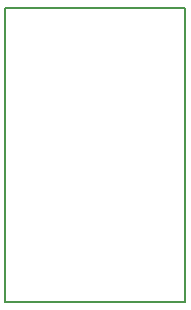
<source format=gbr>
G04 #@! TF.FileFunction,Profile,NP*
%FSLAX46Y46*%
G04 Gerber Fmt 4.6, Leading zero omitted, Abs format (unit mm)*
G04 Created by KiCad (PCBNEW 4.0.6) date Tue Sep 25 18:00:22 2018*
%MOMM*%
%LPD*%
G01*
G04 APERTURE LIST*
%ADD10C,0.100000*%
%ADD11C,0.150000*%
G04 APERTURE END LIST*
D10*
D11*
X148844000Y-119888000D02*
X148844000Y-94996000D01*
X164084000Y-119888000D02*
X148844000Y-119888000D01*
X164084000Y-94996000D02*
X164084000Y-119888000D01*
X148844000Y-94996000D02*
X164084000Y-94996000D01*
M02*

</source>
